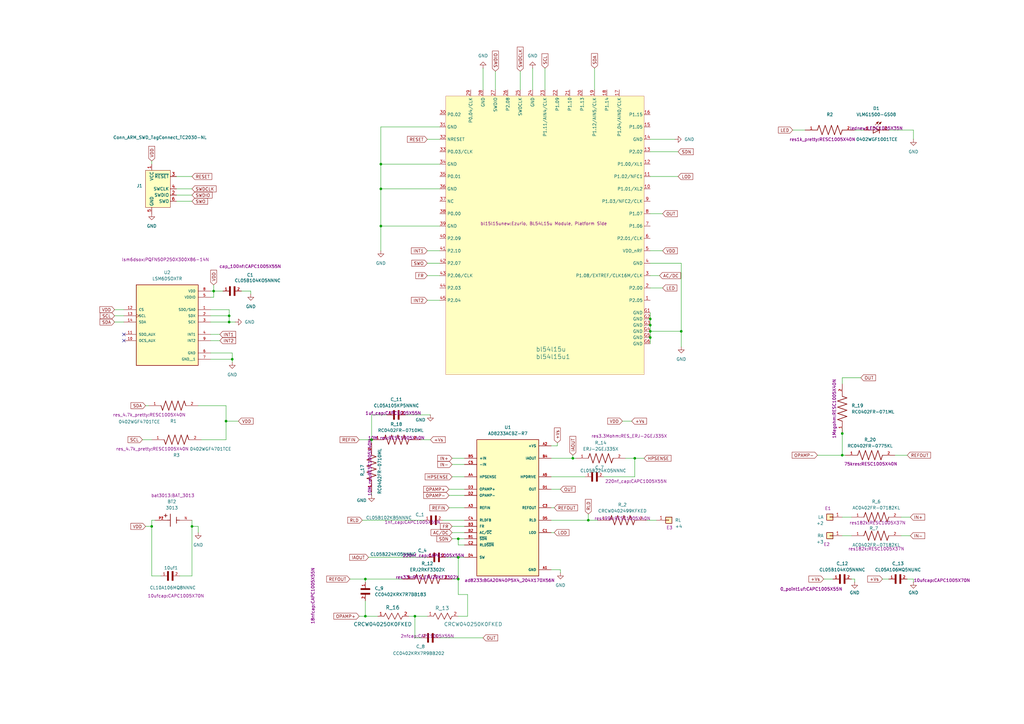
<source format=kicad_sch>
(kicad_sch (version 20250114) (generator "eeschema") (generator_version "9.0")
  (paper "A3")
  (title_block (title "OeMga") (date "2/3/2026") (rev "Initial Rev") (comment 1 "Designed by Adithya Pamulaparthi") (comment 2 "Licensed under CERN-OHL-S v2"))
  (junction (at 170.18 252.73))
  (junction (at 266.7 133.35))
  (junction (at 241.3 213.36))
  (junction (at 149.86 237.49))
  (junction (at 345.44 186.69))
  (junction (at 260.35 187.96))
  (junction (at 152.4 180.34))
  (junction (at 62.23 215.9))
  (junction (at 87.63 119.38))
  (junction (at 156.21 67.31))
  (junction (at 234.95 187.96))
  (junction (at 266.7 138.43))
  (junction (at 78.74 215.9))
  (junction (at 92.71 172.72))
  (junction (at 187.96 237.49))
  (junction (at 149.86 252.73))
  (junction (at 187.96 220.98))
  (junction (at 345.44 177.8))
  (junction (at 156.21 92.71))
  (junction (at 266.7 130.81))
  (junction (at 266.7 135.89))
  (junction (at 279.4 135.89))
  (junction (at 93.98 132.08))
  (junction (at 95.25 147.32))
  (junction (at 156.21 77.47))
  (junction (at 187.96 228.6))
  (junction (at 93.98 129.54))
  (no_connect (at 50.8 137.16))
  (no_connect (at 50.8 139.7))
  (wire (pts (xy 260.35 187.96) (xy 264.16 187.96)))
  (wire (pts (xy 247.65 195.58) (xy 260.35 195.58)))
  (wire (pts (xy 345.44 154.94) (xy 345.44 157.48)))
  (wire (pts (xy 374.65 53.34) (xy 374.65 57.15)))
  (wire (pts (xy 78.74 236.22) (xy 78.74 215.9)))
  (wire (pts (xy 266.7 130.81) (xy 266.7 133.35)))
  (wire (pts (xy 256.54 187.96) (xy 260.35 187.96)))
  (wire (pts (xy 203.2 29.21) (xy 203.2 36.83)))
  (wire (pts (xy 86.36 129.54) (xy 93.98 129.54)))
  (wire (pts (xy 86.36 121.92) (xy 87.63 121.92)))
  (wire (pts (xy 185.42 237.49) (xy 187.96 237.49)))
  (wire (pts (xy 226.06 182.88) (xy 228.6 182.88)))
  (wire (pts (xy 62.23 67.31) (xy 62.23 66.04)))
  (wire (pts (xy 170.18 252.73) (xy 170.18 261.62)))
  (wire (pts (xy 234.95 187.96) (xy 236.22 187.96)))
  (wire (pts (xy 226.06 218.44) (xy 227.33 218.44)))
  (wire (pts (xy 66.04 236.22) (xy 62.23 236.22)))
  (wire (pts (xy 149.86 252.73) (xy 154.94 252.73)))
  (wire (pts (xy 226.06 200.66) (xy 229.87 200.66)))
  (wire (pts (xy 372.11 237.49) (xy 374.65 237.49)))
  (wire (pts (xy 152.4 170.18) (xy 158.75 170.18)))
  (wire (pts (xy 175.26 113.03) (xy 180.34 113.03)))
  (wire (pts (xy 87.63 119.38) (xy 91.44 119.38)))
  (wire (pts (xy 266.7 62.23) (xy 278.13 62.23)))
  (wire (pts (xy 265.43 213.36) (xy 269.24 213.36)))
  (wire (pts (xy 46.99 129.54) (xy 50.8 129.54)))
  (wire (pts (xy 361.95 237.49) (xy 364.49 237.49)))
  (wire (pts (xy 86.36 147.32) (xy 95.25 147.32)))
  (wire (pts (xy 279.4 135.89) (xy 266.7 135.89)))
  (wire (pts (xy 72.39 72.39) (xy 78.74 72.39)))
  (wire (pts (xy 149.86 237.49) (xy 149.86 238.76)))
  (wire (pts (xy 185.42 190.5) (xy 190.5 190.5)))
  (wire (pts (xy 175.26 102.87) (xy 180.34 102.87)))
  (wire (pts (xy 260.35 195.58) (xy 260.35 187.96)))
  (wire (pts (xy 72.39 80.01) (xy 78.74 80.01)))
  (wire (pts (xy 86.36 132.08) (xy 93.98 132.08)))
  (wire (pts (xy 87.63 121.92) (xy 87.63 119.38)))
  (wire (pts (xy 223.52 27.94) (xy 223.52 36.83)))
  (wire (pts (xy 72.39 77.47) (xy 78.74 77.47)))
  (wire (pts (xy 369.57 219.71) (xy 373.38 219.71)))
  (wire (pts (xy 175.26 57.15) (xy 180.34 57.15)))
  (wire (pts (xy 266.7 113.03) (xy 270.51 113.03)))
  (wire (pts (xy 185.42 187.96) (xy 190.5 187.96)))
  (wire (pts (xy 345.44 212.09) (xy 349.25 212.09)))
  (wire (pts (xy 175.26 123.19) (xy 180.34 123.19)))
  (wire (pts (xy 62.23 236.22) (xy 62.23 215.9)))
  (wire (pts (xy 335.28 186.69) (xy 345.44 186.69)))
  (wire (pts (xy 187.96 220.98) (xy 187.96 223.52)))
  (wire (pts (xy 156.21 67.31) (xy 180.34 67.31)))
  (wire (pts (xy 266.7 135.89) (xy 266.7 138.43)))
  (wire (pts (xy 345.44 175.26) (xy 345.44 177.8)))
  (wire (pts (xy 62.23 213.36) (xy 62.23 215.9)))
  (wire (pts (xy 187.96 228.6) (xy 190.5 228.6)))
  (wire (pts (xy 86.36 127) (xy 93.98 127)))
  (wire (pts (xy 241.3 213.36) (xy 245.11 213.36)))
  (wire (pts (xy 226.06 195.58) (xy 240.03 195.58)))
  (wire (pts (xy 99.06 119.38) (xy 102.87 119.38)))
  (wire (pts (xy 185.42 218.44) (xy 190.5 218.44)))
  (wire (pts (xy 46.99 132.08) (xy 50.8 132.08)))
  (wire (pts (xy 187.96 243.84) (xy 187.96 237.49)))
  (wire (pts (xy 95.25 147.32) (xy 95.25 148.59)))
  (wire (pts (xy 226.06 208.28) (xy 227.33 208.28)))
  (wire (pts (xy 185.42 195.58) (xy 190.5 195.58)))
  (wire (pts (xy 172.72 261.62) (xy 170.18 261.62)))
  (wire (pts (xy 185.42 220.98) (xy 187.96 220.98)))
  (wire (pts (xy 92.71 172.72) (xy 97.79 172.72)))
  (wire (pts (xy 266.7 138.43) (xy 266.7 140.97)))
  (wire (pts (xy 180.34 261.62) (xy 198.12 261.62)))
  (wire (pts (xy 170.18 252.73) (xy 175.26 252.73)))
  (wire (pts (xy 92.71 166.37) (xy 92.71 172.72)))
  (wire (pts (xy 337.82 237.49) (xy 341.63 237.49)))
  (wire (pts (xy 96.52 132.08) (xy 93.98 132.08)))
  (wire (pts (xy 345.44 219.71) (xy 349.25 219.71)))
  (wire (pts (xy 180.34 52.07) (xy 156.21 52.07)))
  (wire (pts (xy 187.96 237.49) (xy 187.96 228.6)))
  (wire (pts (xy 364.49 53.34) (xy 374.65 53.34)))
  (wire (pts (xy 266.7 72.39) (xy 278.13 72.39)))
  (wire (pts (xy 147.32 180.34) (xy 152.4 180.34)))
  (wire (pts (xy 191.77 243.84) (xy 187.96 243.84)))
  (wire (pts (xy 184.15 208.28) (xy 190.5 208.28)))
  (wire (pts (xy 198.12 27.94) (xy 198.12 36.83)))
  (wire (pts (xy 143.51 237.49) (xy 149.86 237.49)))
  (wire (pts (xy 234.95 186.69) (xy 234.95 187.96)))
  (wire (pts (xy 184.15 200.66) (xy 190.5 200.66)))
  (wire (pts (xy 82.55 180.34) (xy 92.71 180.34)))
  (wire (pts (xy 350.52 53.34) (xy 354.33 53.34)))
  (wire (pts (xy 345.44 177.8) (xy 345.44 186.69)))
  (wire (pts (xy 73.66 236.22) (xy 78.74 236.22)))
  (wire (pts (xy 255.27 172.72) (xy 259.08 172.72)))
  (wire (pts (xy 226.06 233.68) (xy 229.87 233.68)))
  (wire (pts (xy 167.64 252.73) (xy 170.18 252.73)))
  (wire (pts (xy 266.7 87.63) (xy 271.78 87.63)))
  (wire (pts (xy 218.44 27.94) (xy 218.44 36.83)))
  (wire (pts (xy 226.06 213.36) (xy 241.3 213.36)))
  (wire (pts (xy 367.03 186.69) (xy 372.11 186.69)))
  (wire (pts (xy 187.96 252.73) (xy 191.77 252.73)))
  (wire (pts (xy 152.4 180.34) (xy 152.4 181.61)))
  (wire (pts (xy 95.25 144.78) (xy 95.25 147.32)))
  (wire (pts (xy 149.86 237.49) (xy 165.1 237.49)))
  (wire (pts (xy 182.88 228.6) (xy 187.96 228.6)))
  (wire (pts (xy 279.4 107.95) (xy 279.4 135.89)))
  (wire (pts (xy 266.7 102.87) (xy 271.78 102.87)))
  (wire (pts (xy 213.36 29.21) (xy 213.36 36.83)))
  (wire (pts (xy 86.36 144.78) (xy 95.25 144.78)))
  (wire (pts (xy 266.7 118.11) (xy 271.78 118.11)))
  (wire (pts (xy 345.44 186.69) (xy 346.71 186.69)))
  (wire (pts (xy 156.21 77.47) (xy 156.21 92.71)))
  (wire (pts (xy 266.7 57.15) (xy 276.86 57.15)))
  (wire (pts (xy 185.42 215.9) (xy 190.5 215.9)))
  (wire (pts (xy 243.84 27.94) (xy 243.84 36.83)))
  (wire (pts (xy 151.13 228.6) (xy 175.26 228.6)))
  (wire (pts (xy 93.98 127) (xy 93.98 129.54)))
  (wire (pts (xy 60.96 166.37) (xy 59.69 166.37)))
  (wire (pts (xy 374.65 237.49) (xy 374.65 238.76)))
  (wire (pts (xy 187.96 220.98) (xy 190.5 220.98)))
  (wire (pts (xy 353.06 154.94) (xy 345.44 154.94)))
  (wire (pts (xy 156.21 67.31) (xy 156.21 77.47)))
  (wire (pts (xy 266.7 128.27) (xy 266.7 130.81)))
  (wire (pts (xy 191.77 252.73) (xy 191.77 243.84)))
  (wire (pts (xy 87.63 116.84) (xy 87.63 119.38)))
  (wire (pts (xy 156.21 92.71) (xy 180.34 92.71)))
  (wire (pts (xy 325.12 53.34) (xy 330.2 53.34)))
  (wire (pts (xy 181.61 213.36) (xy 190.5 213.36)))
  (wire (pts (xy 180.34 77.47) (xy 156.21 77.47)))
  (wire (pts (xy 78.74 215.9) (xy 81.28 215.9)))
  (wire (pts (xy 226.06 187.96) (xy 234.95 187.96)))
  (wire (pts (xy 92.71 180.34) (xy 92.71 172.72)))
  (wire (pts (xy 190.5 223.52) (xy 187.96 223.52)))
  (wire (pts (xy 266.7 133.35) (xy 266.7 135.89)))
  (wire (pts (xy 59.69 215.9) (xy 62.23 215.9)))
  (wire (pts (xy 369.57 212.09) (xy 373.38 212.09)))
  (wire (pts (xy 349.25 237.49) (xy 350.52 237.49)))
  (wire (pts (xy 166.37 170.18) (xy 176.53 170.18)))
  (wire (pts (xy 58.42 180.34) (xy 62.23 180.34)))
  (wire (pts (xy 266.7 107.95) (xy 279.4 107.95)))
  (wire (pts (xy 172.72 180.34) (xy 176.53 180.34)))
  (wire (pts (xy 93.98 129.54) (xy 93.98 132.08)))
  (wire (pts (xy 149.86 246.38) (xy 149.86 252.73)))
  (wire (pts (xy 86.36 137.16) (xy 90.17 137.16)))
  (wire (pts (xy 350.52 237.49) (xy 350.52 238.76)))
  (wire (pts (xy 81.28 166.37) (xy 92.71 166.37)))
  (wire (pts (xy 72.39 82.55) (xy 78.74 82.55)))
  (wire (pts (xy 63.5 213.36) (xy 62.23 213.36)))
  (wire (pts (xy 102.87 119.38) (xy 102.87 120.65)))
  (wire (pts (xy 86.36 139.7) (xy 90.17 139.7)))
  (wire (pts (xy 241.3 210.82) (xy 241.3 213.36)))
  (wire (pts (xy 46.99 127) (xy 50.8 127)))
  (wire (pts (xy 152.4 201.93) (xy 152.4 203.2)))
  (wire (pts (xy 180.34 107.95) (xy 175.26 107.95)))
  (wire (pts (xy 81.28 215.9) (xy 81.28 218.44)))
  (wire (pts (xy 152.4 180.34) (xy 152.4 170.18)))
  (wire (pts (xy 78.74 213.36) (xy 78.74 215.9)))
  (wire (pts (xy 229.87 233.68) (xy 229.87 234.95)))
  (wire (pts (xy 86.36 119.38) (xy 87.63 119.38)))
  (wire (pts (xy 147.32 252.73) (xy 149.86 252.73)))
  (wire (pts (xy 279.4 142.24) (xy 279.4 135.89)))
  (wire (pts (xy 184.15 203.2) (xy 190.5 203.2)))
  (wire (pts (xy 156.21 52.07) (xy 156.21 67.31)))
  (wire (pts (xy 156.21 92.71) (xy 156.21 102.87)))
  (wire (pts (xy 228.6 181.61) (xy 228.6 182.88)))
  (wire (pts (xy 148.59 213.36) (xy 173.99 213.36)))
  (global_label "REFIN" (shape input) (at 184.15 208.28 180) (property "Intersheetrefs" "${INTERSHEET_REFS}" (effects (hide yes))))
  (global_label "INT1" (shape input) (at 175.26 102.87 180) (property "Intersheetrefs" "${INTERSHEET_REFS}" (effects (hide yes))))
  (global_label "IAOUT" (shape input) (at 151.13 228.6 180) (property "Intersheetrefs" "${INTERSHEET_REFS}" (effects (hide yes))))
  (global_label "VDD" (shape input) (at 255.27 172.72 180) (property "Intersheetrefs" "${INTERSHEET_REFS}" (effects (hide yes))))
  (global_label "SCL" (shape input) (at 46.99 129.54 180) (property "Intersheetrefs" "${INTERSHEET_REFS}" (effects (hide yes))))
  (global_label "FR" (shape input) (at 185.42 215.9 180) (property "Intersheetrefs" "${INTERSHEET_REFS}" (effects (hide yes))))
  (global_label "SWO" (shape input) (at 78.74 82.55 0) (property "Intersheetrefs" "${INTERSHEET_REFS}" (effects (hide yes))))
  (global_label "RLD" (shape input) (at 241.3 210.82 90) (property "Intersheetrefs" "${INTERSHEET_REFS}" (effects (hide yes))))
  (global_label "OUT" (shape input) (at 353.06 154.94 0) (property "Intersheetrefs" "${INTERSHEET_REFS}" (effects (hide yes))))
  (global_label "AC{slash}DC" (shape input) (at 185.42 218.44 180) (property "Intersheetrefs" "${INTERSHEET_REFS}" (effects (hide yes))))
  (global_label "LOD" (shape input) (at 278.13 72.39 0) (property "Intersheetrefs" "${INTERSHEET_REFS}" (effects (hide yes))))
  (global_label "IN+" (shape input) (at 185.42 187.96 180) (property "Intersheetrefs" "${INTERSHEET_REFS}" (effects (hide yes))))
  (global_label "OPAMP+" (shape input) (at 184.15 200.66 180) (property "Intersheetrefs" "${INTERSHEET_REFS}" (effects (hide yes))))
  (global_label "IN-" (shape input) (at 373.38 219.71 0) (property "Intersheetrefs" "${INTERSHEET_REFS}" (effects (hide yes))))
  (global_label "OUT" (shape input) (at 198.12 261.62 0) (property "Intersheetrefs" "${INTERSHEET_REFS}" (effects (hide yes))))
  (global_label "IAOUT" (shape input) (at 234.95 186.69 90) (property "Intersheetrefs" "${INTERSHEET_REFS}" (effects (hide yes))))
  (global_label "OUT" (shape input) (at 271.78 87.63 0) (property "Intersheetrefs" "${INTERSHEET_REFS}" (effects (hide yes))))
  (global_label "VDD" (shape input) (at 59.69 215.9 180) (property "Intersheetrefs" "${INTERSHEET_REFS}" (effects (hide yes))))
  (global_label "INT2" (shape input) (at 175.26 123.19 180) (property "Intersheetrefs" "${INTERSHEET_REFS}" (effects (hide yes))))
  (global_label "+Vs" (shape input) (at 228.6 181.61 90) (property "Intersheetrefs" "${INTERSHEET_REFS}" (effects (hide yes))))
  (global_label "REFOUT" (shape input) (at 143.51 237.49 180) (property "Intersheetrefs" "${INTERSHEET_REFS}" (effects (hide yes))))
  (global_label "VDD" (shape input) (at 46.99 127 180) (property "Intersheetrefs" "${INTERSHEET_REFS}" (effects (hide yes))))
  (global_label "IN-" (shape input) (at 185.42 190.5 180) (property "Intersheetrefs" "${INTERSHEET_REFS}" (effects (hide yes))))
  (global_label "RESET" (shape input) (at 78.74 72.39 0) (property "Intersheetrefs" "${INTERSHEET_REFS}" (effects (hide yes))))
  (global_label "+Vs" (shape input) (at 337.82 237.49 180) (property "Intersheetrefs" "${INTERSHEET_REFS}" (effects (hide yes))))
  (global_label "SCL" (shape input) (at 223.52 27.94 90) (property "Intersheetrefs" "${INTERSHEET_REFS}" (effects (hide yes))))
  (global_label "SWO" (shape input) (at 175.26 107.95 180) (property "Intersheetrefs" "${INTERSHEET_REFS}" (effects (hide yes))))
  (global_label "VDD" (shape input) (at 271.78 102.87 0) (property "Intersheetrefs" "${INTERSHEET_REFS}" (effects (hide yes))))
  (global_label "REFIN" (shape input) (at 147.32 180.34 180) (property "Intersheetrefs" "${INTERSHEET_REFS}" (effects (hide yes))))
  (global_label "OPAMP-" (shape input) (at 335.28 186.69 180) (property "Intersheetrefs" "${INTERSHEET_REFS}" (effects (hide yes))))
  (global_label "REFOUT" (shape input) (at 372.11 186.69 0) (property "Intersheetrefs" "${INTERSHEET_REFS}" (effects (hide yes))))
  (global_label "LED" (shape input) (at 325.12 53.34 180) (property "Intersheetrefs" "${INTERSHEET_REFS}" (effects (hide yes))))
  (global_label "AC{slash}DC" (shape input) (at 270.51 113.03 0) (property "Intersheetrefs" "${INTERSHEET_REFS}" (effects (hide yes))))
  (global_label "+Vs" (shape input) (at 259.08 172.72 0) (property "Intersheetrefs" "${INTERSHEET_REFS}" (effects (hide yes))))
  (global_label "+Vs" (shape input) (at 361.95 237.49 180) (property "Intersheetrefs" "${INTERSHEET_REFS}" (effects (hide yes))))
  (global_label "RLD" (shape input) (at 148.59 213.36 180) (property "Intersheetrefs" "${INTERSHEET_REFS}" (effects (hide yes))))
  (global_label "VDD" (shape input) (at 97.79 172.72 0) (property "Intersheetrefs" "${INTERSHEET_REFS}" (effects (hide yes))))
  (global_label "OPAMP-" (shape input) (at 184.15 203.2 180) (property "Intersheetrefs" "${INTERSHEET_REFS}" (effects (hide yes))))
  (global_label "SDA" (shape input) (at 59.69 166.37 180) (property "Intersheetrefs" "${INTERSHEET_REFS}" (effects (hide yes))))
  (global_label "SDN" (shape input) (at 278.13 62.23 0) (property "Intersheetrefs" "${INTERSHEET_REFS}" (effects (hide yes))))
  (global_label "OUT" (shape input) (at 229.87 200.66 0) (property "Intersheetrefs" "${INTERSHEET_REFS}" (effects (hide yes))))
  (global_label "SCL" (shape input) (at 58.42 180.34 180) (property "Intersheetrefs" "${INTERSHEET_REFS}" (effects (hide yes))))
  (global_label "SWDCLK" (shape input) (at 213.36 29.21 90) (property "Intersheetrefs" "${INTERSHEET_REFS}" (effects (hide yes))))
  (global_label "VDD" (shape input) (at 87.63 116.84 90) (property "Intersheetrefs" "${INTERSHEET_REFS}" (effects (hide yes))))
  (global_label "IN+" (shape input) (at 373.38 212.09 0) (property "Intersheetrefs" "${INTERSHEET_REFS}" (effects (hide yes))))
  (global_label "INT1" (shape input) (at 90.17 137.16 0) (property "Intersheetrefs" "${INTERSHEET_REFS}" (effects (hide yes))))
  (global_label "SDN" (shape input) (at 185.42 220.98 180) (property "Intersheetrefs" "${INTERSHEET_REFS}" (effects (hide yes))))
  (global_label "+Vs" (shape input) (at 176.53 180.34 0) (property "Intersheetrefs" "${INTERSHEET_REFS}" (effects (hide yes))))
  (global_label "INT2" (shape input) (at 90.17 139.7 0) (property "Intersheetrefs" "${INTERSHEET_REFS}" (effects (hide yes))))
  (global_label "SWDIO" (shape input) (at 203.2 29.21 90) (property "Intersheetrefs" "${INTERSHEET_REFS}" (effects (hide yes))))
  (global_label "SDA" (shape input) (at 243.84 27.94 90) (property "Intersheetrefs" "${INTERSHEET_REFS}" (effects (hide yes))))
  (global_label "VDD" (shape input) (at 62.23 66.04 90) (property "Intersheetrefs" "${INTERSHEET_REFS}" (effects (hide yes))))
  (global_label "REFOUT" (shape input) (at 227.33 208.28 0) (property "Intersheetrefs" "${INTERSHEET_REFS}" (effects (hide yes))))
  (global_label "SDA" (shape input) (at 46.99 132.08 180) (property "Intersheetrefs" "${INTERSHEET_REFS}" (effects (hide yes))))
  (global_label "FR" (shape input) (at 175.26 113.03 180) (property "Intersheetrefs" "${INTERSHEET_REFS}" (effects (hide yes))))
  (global_label "HPSENSE" (shape input) (at 185.42 195.58 180) (property "Intersheetrefs" "${INTERSHEET_REFS}" (effects (hide yes))))
  (global_label "HPSENSE" (shape input) (at 264.16 187.96 0) (property "Intersheetrefs" "${INTERSHEET_REFS}" (effects (hide yes))))
  (global_label "LED" (shape input) (at 271.78 118.11 0) (property "Intersheetrefs" "${INTERSHEET_REFS}" (effects (hide yes))))
  (global_label "LOD" (shape input) (at 227.33 218.44 0) (property "Intersheetrefs" "${INTERSHEET_REFS}" (effects (hide yes))))
  (global_label "OPAMP+" (shape input) (at 147.32 252.73 180) (property "Intersheetrefs" "${INTERSHEET_REFS}" (effects (hide yes))))
  (global_label "SWDCLK" (shape input) (at 78.74 77.47 0) (property "Intersheetrefs" "${INTERSHEET_REFS}" (effects (hide yes))))
  (global_label "SWDIO" (shape input) (at 78.74 80.01 0) (property "Intersheetrefs" "${INTERSHEET_REFS}" (effects (hide yes))))
  (global_label "RESET" (shape input) (at 175.26 57.15 180) (property "Intersheetrefs" "${INTERSHEET_REFS}" (effects (hide yes))))
  (symbol (lib_id "LSM6DSOXTR:LSM6DSOXTR") (at 68.58 132.08 0) (unit 1)
    (property "Reference" "U2" (at 68.58 111.76 0))
    (property "Value" "LSM6DSOXTR" (at 68.58 114.3 0))
    (property "Footprint" "lsm6dsox:PQFN50P250X300X86-14N" (at 67.818 107.188 0) (effects (justify bottom)))
    (property "PARTREV" "3.0" (effects (hide yes)))
    (property "MANUFACTURER" "ST Microelectronics" (effects (hide yes)))
    (property "STANDARD" "IPC7351B" (effects (hide yes)))
  )
  (symbol (lib_id "power:GND") (at 229.87 234.95 0) (unit 1)
    (property "Reference" "#PWR08" (effects (hide yes)))
    (property "Value" "GND" (at 229.87 240.03 0))
    (property "Description" "Power symbol creates a global label with name \"GND\" , ground" (effects (hide yes)))
  )
  (symbol (lib_id "CL05B104KO5NNNC:CL05B104KO5NNNC") (at 93.98 119.38 0) (unit 1)
    (property "Reference" "C1" (at 102.616 112.776 0))
    (property "Value" "CL05B104KO5NNNC" (at 105.664 115.062 0))
    (property "Footprint" "cap_100nf:CAPC1005X55N" (at 102.616 109.982 0) (effects (justify bottom)))
    (property "E_max" "0.55" (effects (hide yes)))
    (property "L_max" "0.35" (effects (hide yes)))
    (property "A_max" "0.55" (effects (hide yes)))
    (property "L1_nom" "0.25" (effects (hide yes)))
    (property "D_max" "1.05" (effects (hide yes)))
    (property "A_nom" "0.55" (effects (hide yes)))
    (property "L1_max" "0.35" (effects (hide yes)))
    (property "L1_min" "0.15" (effects (hide yes)))
    (property "A_min" "0.55" (effects (hide yes)))
    (property "E_min" "0.45" (effects (hide yes)))
    (property "D_min" "0.95" (effects (hide yes)))
    (property "D_nom" "1.0" (effects (hide yes)))
    (property "E_nom" "0.5" (effects (hide yes)))
    (property "STANDARD" "IPC 7351B" (effects (hide yes)))
    (property "L_min" "0.15" (effects (hide yes)))
    (property "L_nom" "0.25" (effects (hide yes)))
    (property "MANUFACTURER" "Samsung Electro-Mechanics" (effects (hide yes)))
  )
  (symbol (lib_id "power:GND") (at 81.28 218.44 0) (unit 1)
    (property "Reference" "#PWR02" (effects (hide yes)))
    (property "Value" "GND" (at 81.28 223.52 0))
    (property "Description" "Power symbol creates a global label with name \"GND\" , ground" (effects (hide yes)))
  )
  (symbol (lib_id "power:GND") (at 374.65 57.15 0) (unit 1)
    (property "Reference" "#PWR07" (effects (hide yes)))
    (property "Value" "GND" (at 374.65 62.23 0))
    (property "Description" "Power symbol creates a global label with name \"GND\" , ground" (effects (hide yes)))
  )
  (symbol (lib_id "res10M:RC0402FR-0710ML") (at 152.4 191.77 90) (unit 1)
    (property "Reference" "R_17" (at 148.59 190.5 0) (effects (justify right)))
    (property "Value" "RC0402FR-0710ML" (at 155.702 183.896 0) (effects (justify right)))
    (property "Footprint" "10M_res:RESC1005X40N" (at 152.4 191.77 0) (effects (justify bottom)))
  )
  (symbol (lib_id "res33k:ERJ2RKF3302X") (at 175.26 237.49 0) (unit 1)
    (property "Reference" "R_12" (at 175.26 231.14 0))
    (property "Value" "ERJ2RKF3302X" (at 175.26 233.68 0))
    (property "Footprint" "res33k:RES_ERJ2RKF3302X" (at 175.26 237.49 0) (effects (justify bottom)))
    (property "PARTREV" "3/1/2020" (effects (hide yes)))
    (property "STANDARD" "Manufacturer Recommendations" (effects (hide yes)))
    (property "MAXIMUM_PACKAGE_HEIGHT" "0.35 mm" (effects (hide yes)))
    (property "MANUFACTURER" "Panasonic" (effects (hide yes)))
  )
  (symbol (lib_id "3.3mohm_res:ERJ-2GEJ335X") (at 246.38 187.96 0) (unit 1)
    (property "Reference" "R_14" (at 246.38 181.61 0))
    (property "Value" "ERJ-2GEJ335X" (at 246.38 184.15 0))
    (property "Footprint" "res3.3Mohm:RES_ERJ-2GEJ335X" (at 258.064 179.578 0) (effects (justify bottom)))
    (property "PARTREV" "3/1/2020" (effects (hide yes)))
    (property "MANUFACTURER" "Panasonic" (effects (hide yes)))
    (property "MAXIMUM_PACKAGE_HEIGHT" "0.35 mm" (effects (hide yes)))
    (property "STANDARD" "Manufacturer Recommendations" (effects (hide yes)))
  )
  (symbol (lib_id "0402WGF1001TCE:0402WGF1001TCE") (at 340.36 53.34 0) (unit 1)
    (property "Reference" "R2" (at 340.36 46.99 0))
    (property "Value" "0402WGF1001TCE" (at 359.664 57.15 0))
    (property "Footprint" "res1k_pretty:RESC1005X40N" (at 337.312 57.912 0) (effects (justify bottom)))
    (property "MF" "Uni-Royal" (effects (hide yes)))
    (property "MAXIMUM_PACKAGE_HEIGHT" "0.4mm" (effects (hide yes)))
    (property "Package" "0402-2 ROYAL" (effects (hide yes)))
    (property "Price" "None" (effects (hide yes)))
    (property "Check_prices" "https://www.snapeda.com/parts/0402WGF1001TCE/Uni-Royal/view-part/?ref=eda" (effects (hide yes)))
    (property "STANDARD" "IPC-7351B" (effects (hide yes)))
    (property "PARTREV" "V3" (effects (hide yes)))
    (property "SnapEDA_Link" "https://www.snapeda.com/parts/0402WGF1001TCE/Uni-Royal/view-part/?ref=snap" (effects (hide yes)))
    (property "MP" "0402WGF1001TCE" (effects (hide yes)))
    (property "Description_1" "1K Ohm 1/16W Thick Film Resistor 0402 Chip - Surface Mount" (effects (hide yes)))
    (property "Availability" "Not in stock" (effects (hide yes)))
    (property "MANUFACTURER" "Uni-Royal" (effects (hide yes)))
  )
  (symbol (lib_id "power:GND") (at 102.87 120.65 0) (unit 1)
    (property "Reference" "#PWR05" (effects (hide yes)))
    (property "Value" "GND" (at 102.87 125.73 0))
    (property "Description" "Power symbol creates a global label with name \"GND\" , ground" (effects (hide yes)))
  )
  (symbol (lib_id "0402WGF4701TCE:0402WGF4701TCE") (at 71.12 166.37 0) (mirror x) (unit 1)
    (property "Reference" "R1" (at 71.12 172.72 0))
    (property "Value" "0402WGF4701TCE" (at 57.15 172.974 0))
    (property "Footprint" "res_4.7k_pretty:RESC1005X40N" (at 61.214 169.418 0) (effects (justify bottom)))
    (property "MF" "Uni-Royal" (effects (hide yes)))
    (property "MAXIMUM_PACKAGE_HEIGHT" "0.4mm" (effects (hide yes)))
    (property "Package" "None" (effects (hide yes)))
    (property "Price" "None" (effects (hide yes)))
    (property "Check_prices" "https://www.snapeda.com/parts/0402WGF4701TCE/Uni-Royal/view-part/?ref=eda" (effects (hide yes)))
    (property "STANDARD" "IPC-7351B" (effects (hide yes)))
    (property "PARTREV" "V3" (effects (hide yes)))
    (property "SnapEDA_Link" "https://www.snapeda.com/parts/0402WGF4701TCE/Uni-Royal/view-part/?ref=snap" (effects (hide yes)))
    (property "MP" "0402WGF4701TCE" (effects (hide yes)))
    (property "Description_1" "4.7K Ohm 1/16W Thick Film Resistor 0402 Chip - Surface Mount" (effects (hide yes)))
    (property "Availability" "Not in stock" (effects (hide yes)))
    (property "MANUFACTURER" "Uni-Royal" (effects (hide yes)))
  )
  (symbol (lib_id "Connector_Generic:Conn_01x01") (at 340.36 212.09 180) (unit 1) (in_bom no)
    (property "Reference" "+2" (at 337.82 214.6301 0) (effects (justify left)))
    (property "Value" "LA" (at 337.82 212.0901 0) (effects (justify left)))
    (property "Footprint" "E1" (at 340.868 208.534 0) (effects (justify left)))
    (property "Description" "Generic connector, single row, 01x01, script generated (kicad-library-utils/schlib/autogen/connector/)" (effects (hide yes)))
  )
  (symbol (lib_id "res182k:AC0402FR-07182KL") (at 359.41 212.09 0) (unit 1)
    (property "Reference" "R_6" (at 359.41 205.74 0))
    (property "Value" "AC0402FR-07182KL" (at 359.41 208.28 0))
    (property "Footprint" "res182k:RESC1005X37N" (at 359.918 215.138 0) (effects (justify bottom)))
    (property "DigiKey_Part_Number" "13-AC0402FR-07182KLCT-ND" (effects (hide yes)))
    (property "SnapEDA_Link" "https://www.snapeda.com/parts/AC0402FR-07182KL/Yageo/view-part/?ref=snap" (effects (hide yes)))
    (property "Description_1" "182 kOhms ±1% 0.063W, 1/16W Chip Resistor 0402 (1005 Metric) Automotive AEC-Q200, Moisture Resistant Thick Film" (effects (hide yes)))
    (property "MF" "Yageo" (effects (hide yes)))
    (property "Package" "1005 Yageo" (effects (hide yes)))
    (property "Check_prices" "https://www.snapeda.com/parts/AC0402FR-07182KL/Yageo/view-part/?ref=eda" (effects (hide yes)))
    (property "MP" "AC0402FR-07182KL" (effects (hide yes)))
  )
  (symbol (lib_id "power:GND") (at 152.4 203.2 0) (unit 1)
    (property "Reference" "#PWR09" (effects (hide yes)))
    (property "Value" "GND" (at 148.336 205.232 0))
    (property "Description" "Power symbol creates a global label with name \"GND\" , ground" (effects (hide yes)))
  )
  (symbol (lib_id "Connector:Conn_ARM_SWD_TagConnect_TC2030-NL") (at 64.77 77.47 0) (unit 1) (in_bom no)
    (property "Reference" "J1" (at 58.42 76.1999 0) (effects (justify right)))
    (property "Value" "Conn_ARM_SWD_TagConnect_TC2030-NL" (at 84.836 56.388 0) (effects (justify right)))
    (property "Footprint" "Connector:Tag-Connect_TC2030-IDC-NL_2x03_P1.27mm_Vertical" (effects (hide yes)))
    (property "Datasheet" "https://www.tag-connect.com/wp-content/uploads/bsk-pdf-manager/TC2030-CTX_1.pdf" (effects (hide yes)))
    (property "Description" "Tag-Connect ARM Cortex SWD JTAG connector, 6 pin, no legs" (effects (hide yes)))
  )
  (symbol (lib_id "power:GND") (at 198.12 27.94 180) (unit 1)
    (property "Reference" "#PWR015" (effects (hide yes)))
    (property "Value" "GND" (at 198.12 22.86 0))
    (property "Description" "Power symbol creates a global label with name \"GND\" , ground" (effects (hide yes)))
  )
  (symbol (lib_id "1Megaohm:RC0402FR-071ML") (at 345.44 167.64 90) (unit 1)
    (property "Reference" "R_19" (at 349.25 166.3699 90) (effects (justify right)))
    (property "Value" "RC0402FR-071ML" (at 349.25 168.9099 90) (effects (justify right)))
    (property "Footprint" "1Megohm:RESC1005X40N" (at 342.9 167.64 0) (effects (justify bottom)))
    (property "DigiKey_Part_Number" "311-1.00MLRCT-ND" (effects (hide yes)))
    (property "SnapEDA_Link" "https://www.snapeda.com/parts/RC0402FR-071ML/Yageo/view-part/?ref=snap" (effects (hide yes)))
    (property "MAXIMUM_PACKAGE_HEIGHT" "0.4mm" (effects (hide yes)))
    (property "CREATOR" "ASHISH" (effects (hide yes)))
    (property "Package" "0402 Yageo" (effects (hide yes)))
    (property "Check_prices" "https://www.snapeda.com/parts/RC0402FR-071ML/Yageo/view-part/?ref=eda" (effects (hide yes)))
    (property "STANDARD" "IPC-7351B" (effects (hide yes)))
    (property "PARTREV" "Nov-2024" (effects (hide yes)))
    (property "MF" "Yageo" (effects (hide yes)))
    (property "MP" "RC0402FR-071ML" (effects (hide yes)))
    (property "Description_1" "Res Thick Film 0402 1M Ohm 1% 0.063W(1/16W) ±100ppm/°C Pad SMD T/R / GENERAL PURPOSE CHIP RESISTORS" (effects (hide yes)))
    (property "MANUFACTURER" "Yageo" (effects (hide yes)))
  )
  (symbol (lib_id "AD8233ACBZ-R7:AD8233ACBZ-R7") (at 208.28 208.28 0) (unit 1)
    (property "Reference" "U1" (at 208.28 175.26 0))
    (property "Value" "AD8233ACBZ-R7" (at 208.28 177.8 0))
    (property "Footprint" "ad8233:BGA20N40P5X4_204X170X56N" (at 209.042 238.76 0) (effects (justify bottom)))
    (property "PARTREV" "0" (effects (hide yes)))
    (property "MANUFACTURER" "Analog Devices" (effects (hide yes)))
    (property "STANDARD" "IPC-7351B" (effects (hide yes)))
  )
  (symbol (lib_id "res499k:CRCW0402499KFKED") (at 255.27 213.36 0) (unit 1)
    (property "Reference" "R_2" (at 255.27 207.01 0))
    (property "Value" "CRCW0402499KFKED" (at 255.27 209.55 0))
    (property "Footprint" "res499k:RESC1005X40N" (at 255.27 213.36 0) (effects (justify bottom)))
  )
  (symbol (lib_id "cap1uf:CL05A105KP5NNNC") (at 161.29 170.18 0) (unit 1)
    (property "Reference" "C_11" (at 162.56 163.83 0))
    (property "Value" "CL05A105KP5NNNC" (at 162.56 166.37 0))
    (property "Footprint" "1uf_cap:CAPC1005X55N" (at 161.29 170.18 0) (effects (justify bottom)))
    (property "E_max" "0.55" (effects (hide yes)))
    (property "L_max" "0.35" (effects (hide yes)))
    (property "A_max" "0.55" (effects (hide yes)))
    (property "L1_nom" "0.25" (effects (hide yes)))
    (property "D_max" "1.05" (effects (hide yes)))
    (property "A_nom" "0.55" (effects (hide yes)))
    (property "L1_max" "0.35" (effects (hide yes)))
    (property "L1_min" "0.15" (effects (hide yes)))
    (property "A_min" "0.55" (effects (hide yes)))
    (property "E_min" "0.45" (effects (hide yes)))
    (property "D_min" "0.95" (effects (hide yes)))
    (property "D_nom" "1.0" (effects (hide yes)))
    (property "E_nom" "0.5" (effects (hide yes)))
    (property "STANDARD" "IPC 7351B" (effects (hide yes)))
    (property "L_min" "0.15" (effects (hide yes)))
    (property "L_nom" "0.25" (effects (hide yes)))
    (property "MANUFACTURER" "Samsung Electro-Mechanics" (effects (hide yes)))
  )
  (symbol (lib_id "power:GND") (at 279.4 142.24 0) (unit 1)
    (property "Reference" "#PWR01" (effects (hide yes)))
    (property "Value" "GND" (at 279.4 147.32 0))
    (property "Description" "Power symbol creates a global label with name \"GND\" , ground" (effects (hide yes)))
  )
  (symbol (lib_id "res10M:RC0402FR-0710ML") (at 162.56 180.34 0) (unit 1)
    (property "Reference" "R_18" (at 162.56 173.99 0))
    (property "Value" "RC0402FR-0710ML" (at 164.338 176.53 0))
    (property "Footprint" "10M_res:RESC1005X40N" (at 162.56 180.34 0) (effects (justify bottom)))
  )
  (symbol (lib_id "220nf_cap:CL05B224KO5NNNC") (at 242.57 195.58 0) (unit 1)
    (property "Reference" "C_7" (at 245.872 191.77 0))
    (property "Value" "CL05B224KO5NNNC" (at 247.396 193.04 0))
    (property "Footprint" "220nf_cap:CAPC1005X55N" (at 260.858 198.12 0) (effects (justify bottom)))
    (property "E_max" "0.55" (effects (hide yes)))
    (property "L_max" "0.35" (effects (hide yes)))
    (property "A_max" "0.55" (effects (hide yes)))
    (property "L1_nom" "0.25" (effects (hide yes)))
    (property "D_max" "1.05" (effects (hide yes)))
    (property "A_nom" "0.55" (effects (hide yes)))
    (property "L1_max" "0.35" (effects (hide yes)))
    (property "L1_min" "0.15" (effects (hide yes)))
    (property "A_min" "0.55" (effects (hide yes)))
    (property "E_min" "0.45" (effects (hide yes)))
    (property "D_min" "0.95" (effects (hide yes)))
    (property "D_nom" "1.0" (effects (hide yes)))
    (property "E_nom" "0.5" (effects (hide yes)))
    (property "STANDARD" "IPC 7351B" (effects (hide yes)))
    (property "L_min" "0.15" (effects (hide yes)))
    (property "L_nom" "0.25" (effects (hide yes)))
    (property "MANUFACTURER" "Samsung Electro-Mechanics" (effects (hide yes)))
  )
  (symbol (lib_id "75kres:RC0402FR-0775KL") (at 356.87 186.69 0) (unit 1)
    (property "Reference" "R_20" (at 356.87 180.34 0))
    (property "Value" "RC0402FR-0775KL" (at 356.87 182.88 0))
    (property "Footprint" "75kres:RESC1005X40N" (at 357.124 191.008 0) (effects (justify bottom)))
    (property "DigiKey_Part_Number" "311-75KLRCT-ND" (effects (hide yes)))
    (property "SnapEDA_Link" "https://www.snapeda.com/parts/RC0402FR-0775KL/Yageo/view-part/?ref=snap" (effects (hide yes)))
    (property "Description_1" "75 kOhms ±1% 0.063W, 1/16W Chip Resistor 0402 (1005 Metric) Moisture Resistant Thick Film" (effects (hide yes)))
    (property "MF" "Yageo" (effects (hide yes)))
    (property "Package" "1005 Panasonic Electronic Components" (effects (hide yes)))
    (property "Check_prices" "https://www.snapeda.com/parts/RC0402FR-0775KL/Yageo/view-part/?ref=eda" (effects (hide yes)))
    (property "MP" "RC0402FR-0775KL" (effects (hide yes)))
  )
  (symbol (lib_id "power:GND") (at 176.53 170.18 0) (unit 1)
    (property "Reference" "#PWR010" (effects (hide yes)))
    (property "Value" "GND" (at 172.466 172.212 0))
    (property "Description" "Power symbol creates a global label with name \"GND\" , ground" (effects (hide yes)))
  )
  (symbol (lib_id "power:GND") (at 374.65 238.76 0) (unit 1)
    (property "Reference" "#PWR012" (effects (hide yes)))
    (property "Value" "GND" (at 374.65 243.078 0))
    (property "Description" "Power symbol creates a global label with name \"GND\" , ground" (effects (hide yes)))
  )
  (symbol (lib_id "50kres:CRCW040250K0FKED") (at 154.94 252.73 0) (unit 1)
    (property "Reference" "R_16" (at 161.036 249.174 0) (effects (font (size 1.524 1.524))))
    (property "Value" "CRCW040250K0FKED" (at 156.972 256.032 0) (effects (font (size 1.524 1.524))))
    (property "Footprint" "RES_CRCW0402_VIS" (effects (hide yes)))
    (property "Datasheet" "https://www.vishay.com/doc?20035" (effects (hide yes)))
  )
  (symbol (lib_id "220nf_cap:CL05B224KO5NNNC") (at 177.8 228.6 0) (unit 1)
    (property "Reference" "C_4" (at 173.228 225.806 0))
    (property "Value" "CL05B224KO5NNNC" (at 161.29 227.33 0))
    (property "Footprint" "220nf_cap:CAPC1005X55N" (at 177.8 228.6 0) (effects (justify bottom)))
    (property "E_max" "0.55" (effects (hide yes)))
    (property "L_max" "0.35" (effects (hide yes)))
    (property "A_max" "0.55" (effects (hide yes)))
    (property "L1_nom" "0.25" (effects (hide yes)))
    (property "D_max" "1.05" (effects (hide yes)))
    (property "A_nom" "0.55" (effects (hide yes)))
    (property "L1_max" "0.35" (effects (hide yes)))
    (property "L1_min" "0.15" (effects (hide yes)))
    (property "A_min" "0.55" (effects (hide yes)))
    (property "E_min" "0.45" (effects (hide yes)))
    (property "D_min" "0.95" (effects (hide yes)))
    (property "D_nom" "1.0" (effects (hide yes)))
    (property "E_nom" "0.5" (effects (hide yes)))
    (property "STANDARD" "IPC 7351B" (effects (hide yes)))
    (property "L_min" "0.15" (effects (hide yes)))
    (property "L_nom" "0.25" (effects (hide yes)))
    (property "MANUFACTURER" "Samsung Electro-Mechanics" (effects (hide yes)))
  )
  (symbol (lib_id "power:GND") (at 95.25 148.59 0) (unit 1)
    (property "Reference" "#PWR04" (effects (hide yes)))
    (property "Value" "GND" (at 95.25 153.67 0))
    (property "Description" "Power symbol creates a global label with name \"GND\" , ground" (effects (hide yes)))
  )
  (symbol (lib_id "power:GND") (at 350.52 238.76 0) (unit 1)
    (property "Reference" "#PWR011" (effects (hide yes)))
    (property "Value" "GND" (at 350.52 243.078 0))
    (property "Description" "Power symbol creates a global label with name \"GND\" , ground" (effects (hide yes)))
  )
  (symbol (lib_id "2nfcap:CC0402KRX7R9BB202") (at 175.26 261.62 0) (unit 1)
    (property "Reference" "C_8" (at 172.466 265.176 0))
    (property "Value" "CC0402KRX7R9BB202" (at 171.704 267.97 0))
    (property "Footprint" "2nfcap:CAPC1005X55N" (at 175.26 261.62 0) (effects (justify bottom)))
    (property "DigiKey_Part_Number" "13-CC0402KRX7R9BB202CT-ND" (effects (hide yes)))
    (property "SnapEDA_Link" "https://www.snapeda.com/parts/CC0402KRX7R9BB202/Yageo/view-part/?ref=snap" (effects (hide yes)))
    (property "Description_1" "Ceramic Capacitor, Multilayer, Ceramic, 50V, 10% +Tol, 10% -Tol, X7R, 15% TC, 0.0002uF, Surface Mount, 0402" (effects (hide yes)))
    (property "MF" "Yageo" (effects (hide yes)))
    (property "Package" "0402 Yageo" (effects (hide yes)))
    (property "Check_prices" "https://www.snapeda.com/parts/CC0402KRX7R9BB202/Yageo/view-part/?ref=eda" (effects (hide yes)))
    (property "MP" "CC0402KRX7R9BB202" (effects (hide yes)))
  )
  (symbol (lib_id "power:GND") (at 218.44 27.94 180) (unit 1)
    (property "Reference" "#PWR016" (effects (hide yes)))
    (property "Value" "GND" (at 218.44 22.86 0))
    (property "Description" "Power symbol creates a global label with name \"GND\" , ground" (effects (hide yes)))
  )
  (symbol (lib_id "453-00223_BL54L15u_Chip ANT_SCH_Symbol_Altium:453-00223_BL54L15u_Chip ANT_SCH_Symbol_Altium") (at 182.88 39.37 270) (unit 1)
    (property "Reference" "bl54l15u1" (at 219.71 146.304 90) (effects (font (size 1.8288 1.8288)) (justify left)))
    (property "Value" "bl54l15u" (at 219.71 143.256 90) (effects (font (size 1.8288 1.8288)) (justify left)))
    (property "Footprint" "bl15l15unew:Ezurio, BL54L15u Module, Platform Side" (at 223.012 91.694 90))
  )
  (symbol (lib_id "1nf_cap:CL05B102KB5NNNC") (at 176.53 213.36 0) (unit 1)
    (property "Reference" "C_1" (at 172.212 211.074 0))
    (property "Value" "CL05B102KB5NNNC" (at 159.512 212.344 0))
    (property "Footprint" "1nf_cap:CAPC1005X55N" (at 169.164 214.884 0) (effects (justify bottom)))
    (property "E_max" "0.55" (effects (hide yes)))
    (property "L_max" "0.35" (effects (hide yes)))
    (property "A_max" "0.55" (effects (hide yes)))
    (property "L1_nom" "0.25" (effects (hide yes)))
    (property "D_max" "1.05" (effects (hide yes)))
    (property "A_nom" "0.55" (effects (hide yes)))
    (property "L1_max" "0.35" (effects (hide yes)))
    (property "L1_min" "0.15" (effects (hide yes)))
    (property "A_min" "0.55" (effects (hide yes)))
    (property "E_min" "0.45" (effects (hide yes)))
    (property "D_min" "0.95" (effects (hide yes)))
    (property "D_nom" "1.0" (effects (hide yes)))
    (property "E_nom" "0.5" (effects (hide yes)))
    (property "STANDARD" "IPC 7351B" (effects (hide yes)))
    (property "L_min" "0.15" (effects (hide yes)))
    (property "L_nom" "0.25" (effects (hide yes)))
    (property "MANUFACTURER" "Samsung Electro-Mechanics" (effects (hide yes)))
  )
  (symbol (lib_id "power:GND") (at 96.52 132.08 90) (unit 1)
    (property "Reference" "#PWR06" (effects (hide yes)))
    (property "Value" "GND" (at 100.33 132.0799 90) (effects (justify right)))
    (property "Description" "Power symbol creates a global label with name \"GND\" , ground" (effects (hide yes)))
  )
  (symbol (lib_id "cap10uf:CL05A106MQ5NUNC") (at 367.03 237.49 0) (unit 1)
    (property "Reference" "C_13" (at 368.3 231.14 0))
    (property "Value" "CL05A106MQ5NUNC" (at 368.3 233.68 0))
    (property "Footprint" "10ufcap:CAPC1005X70N" (at 386.334 238.76 0) (effects (justify bottom)))
    (property "E_max" "0.7" (effects (hide yes)))
    (property "L_max" "0.35" (effects (hide yes)))
    (property "A_max" "0.7" (effects (hide yes)))
    (property "L1_nom" "0.25" (effects (hide yes)))
    (property "D_max" "1.2" (effects (hide yes)))
    (property "A_nom" "0.7" (effects (hide yes)))
    (property "L1_max" "0.35" (effects (hide yes)))
    (property "L1_min" "0.15" (effects (hide yes)))
    (property "A_min" "0.7" (effects (hide yes)))
    (property "E_min" "0.3" (effects (hide yes)))
    (property "D_min" "0.8" (effects (hide yes)))
    (property "D_nom" "1.0" (effects (hide yes)))
    (property "E_nom" "0.5" (effects (hide yes)))
    (property "STANDARD" "IPC 7351B" (effects (hide yes)))
    (property "L_min" "0.15" (effects (hide yes)))
    (property "L_nom" "0.25" (effects (hide yes)))
    (property "MANUFACTURER" "Samsung" (effects (hide yes)))
  )
  (symbol (lib_id "power:GND") (at 276.86 57.15 90) (unit 1)
    (property "Reference" "#PWR013" (effects (hide yes)))
    (property "Value" "GND" (at 280.67 57.1499 90) (effects (justify right)))
    (property "Description" "Power symbol creates a global label with name \"GND\" , ground" (effects (hide yes)))
  )
  (symbol (lib_id "res182k:AC0402FR-07182KL") (at 359.41 219.71 0) (unit 1)
    (property "Reference" "R_7" (at 358.394 216.662 0))
    (property "Value" "AC0402FR-07182KL" (at 359.41 223.52 0))
    (property "Footprint" "res182k:RESC1005X37N" (at 359.41 225.806 0) (effects (justify bottom)))
    (property "DigiKey_Part_Number" "13-AC0402FR-07182KLCT-ND" (effects (hide yes)))
    (property "SnapEDA_Link" "https://www.snapeda.com/parts/AC0402FR-07182KL/Yageo/view-part/?ref=snap" (effects (hide yes)))
    (property "Description_1" "182 kOhms ±1% 0.063W, 1/16W Chip Resistor 0402 (1005 Metric) Automotive AEC-Q200, Moisture Resistant Thick Film" (effects (hide yes)))
    (property "MF" "Yageo" (effects (hide yes)))
    (property "Package" "1005 Yageo" (effects (hide yes)))
    (property "Check_prices" "https://www.snapeda.com/parts/AC0402FR-07182KL/Yageo/view-part/?ref=eda" (effects (hide yes)))
    (property "MP" "AC0402FR-07182KL" (effects (hide yes)))
  )
  (symbol (lib_id "CL10A106MQ8NNNC:CL10A106MQ8NNNC") (at 68.58 236.22 0) (unit 1)
    (property "Reference" "10uf1" (at 70.104 232.918 0))
    (property "Value" "CL10A106MQ8NNNC" (at 70.866 241.046 0))
    (property "Footprint" "10ufcap:CAPC1005X70N" (at 72.136 245.11 0) (effects (justify bottom)))
    (property "E_max" "0.9" (effects (hide yes)))
    (property "L_max" "0.5" (effects (hide yes)))
    (property "A_max" "0.9" (effects (hide yes)))
    (property "L1_nom" "0.3" (effects (hide yes)))
    (property "D_max" "1.7" (effects (hide yes)))
    (property "A_nom" "0.9" (effects (hide yes)))
    (property "L1_max" "0.5" (effects (hide yes)))
    (property "L1_min" "0.1" (effects (hide yes)))
    (property "A_min" "0.9" (effects (hide yes)))
    (property "E_min" "0.7" (effects (hide yes)))
    (property "D_min" "1.5" (effects (hide yes)))
    (property "D_nom" "1.6" (effects (hide yes)))
    (property "E_nom" "0.8" (effects (hide yes)))
    (property "STANDARD" "IPC 7351B" (effects (hide yes)))
    (property "L_min" "0.1" (effects (hide yes)))
    (property "L_nom" "0.3" (effects (hide yes)))
    (property "MANUFACTURER" "Samsung Electro-Mechanics" (effects (hide yes)))
  )
  (symbol (lib_id "VLMG1500-GS08:VLMG1500-GS08") (at 359.41 53.34 0) (unit 1)
    (property "Reference" "D1" (at 359.41 44.45 0))
    (property "Value" "VLMG1500-GS08" (at 359.41 46.99 0))
    (property "Footprint" "lednew:LEDC1005X35N" (at 359.41 53.34 0) (effects (justify bottom)))
    (property "MF" "Vishay" (effects (hide yes)))
    (property "DESCRIPTION" "0402 GREEN 571nm 35MCD 65° Rectangle with Flat Top SMT LED" (effects (hide yes)))
    (property "PACKAGE" "0402 Vishay" (effects (hide yes)))
    (property "PRICE" "0.16 USD" (effects (hide yes)))
    (property "STANDARD" "MANUFACTURER RECOMMENDATIONS" (effects (hide yes)))
    (property "PARTREV" "1.4" (effects (hide yes)))
    (property "MP" "VLMG1500-GS08" (effects (hide yes)))
    (property "AVAILABILITY" "Good" (effects (hide yes)))
  )
  (symbol (lib_id "3013:3013") (at 71.12 213.36 0) (unit 1)
    (property "Reference" "BT2" (at 70.485 205.74 0))
    (property "Value" "3013" (at 70.485 208.28 0))
    (property "Footprint" "bat3013:BAT_3013" (at 70.866 203.962 0) (effects (justify bottom)))
    (property "PARTREV" "E" (effects (hide yes)))
    (property "MANUFACTURER" "Keystone Electronics" (effects (hide yes)))
    (property "STANDARD" "Manufacturer Recommendations" (effects (hide yes)))
    (property "MAXIMUM_PACKAGE_HEIGHT" "4.21mm" (effects (hide yes)))
    (property "SNAPEDA_PN" "3013" (effects (hide yes)))
  )
  (symbol (lib_id "power:GND") (at 156.21 102.87 0) (unit 1)
    (property "Reference" "#PWR014" (effects (hide yes)))
    (property "Value" "GND" (at 156.21 107.95 0))
    (property "Description" "Power symbol creates a global label with name \"GND\" , ground" (effects (hide yes)))
  )
  (symbol (lib_id "Connector_Generic:Conn_01x01") (at 340.36 219.71 180) (unit 1) (in_bom no)
    (property "Reference" "+3" (at 337.82 222.2501 0) (effects (justify left)))
    (property "Value" "RA" (at 337.82 219.7101 0) (effects (justify left)))
    (property "Footprint" "E2" (at 340.36 223.266 0) (effects (justify left)))
    (property "Description" "Generic connector, single row, 01x01, script generated (kicad-library-utils/schlib/autogen/connector/)" (effects (hide yes)))
  )
  (symbol (lib_id "0402WGF4701TCE:0402WGF4701TCE") (at 72.39 180.34 0) (mirror x) (unit 1)
    (property "Reference" "R3" (at 72.39 186.69 0))
    (property "Value" "0402WGF4701TCE" (at 86.36 184.15 0))
    (property "Footprint" "res_4.7k_pretty:RESC1005X40N" (at 62.484 183.388 0) (effects (justify bottom)))
    (property "MF" "Uni-Royal" (effects (hide yes)))
    (property "MAXIMUM_PACKAGE_HEIGHT" "0.4mm" (effects (hide yes)))
    (property "Package" "None" (effects (hide yes)))
    (property "Price" "None" (effects (hide yes)))
    (property "Check_prices" "https://www.snapeda.com/parts/0402WGF4701TCE/Uni-Royal/view-part/?ref=eda" (effects (hide yes)))
    (property "STANDARD" "IPC-7351B" (effects (hide yes)))
    (property "PARTREV" "V3" (effects (hide yes)))
    (property "SnapEDA_Link" "https://www.snapeda.com/parts/0402WGF4701TCE/Uni-Royal/view-part/?ref=snap" (effects (hide yes)))
    (property "MP" "0402WGF4701TCE" (effects (hide yes)))
    (property "Description_1" "4.7K Ohm 1/16W Thick Film Resistor 0402 Chip - Surface Mount" (effects (hide yes)))
    (property "Availability" "Not in stock" (effects (hide yes)))
    (property "MANUFACTURER" "Uni-Royal" (effects (hide yes)))
  )
  (symbol (lib_id "18nf:CC0402KRX7R7BB183") (at 149.86 243.84 90) (unit 1)
    (property "Reference" "C_9" (at 153.67 241.2999 90) (effects (justify right)))
    (property "Value" "CC0402KRX7R7BB183" (at 153.67 243.8399 90) (effects (justify right)))
    (property "Footprint" "18nfcap:CAPC1005X55N" (at 129.032 244.348 0) (effects (justify bottom)))
    (property "DigiKey_Part_Number" "311-1706-1-ND" (effects (hide yes)))
    (property "SnapEDA_Link" "https://www.snapeda.com/parts/CC0402KRX7R7BB183/Yageo/view-part/?ref=snap" (effects (hide yes)))
    (property "Description_1" "0402 18 nF 16 V ±10 % Tolerance X7R SMT Multilayer Ceramic Capacitor" (effects (hide yes)))
    (property "MF" "Yageo" (effects (hide yes)))
    (property "Package" "0402 Yageo" (effects (hide yes)))
    (property "Check_prices" "https://www.snapeda.com/parts/CC0402KRX7R7BB183/Yageo/view-part/?ref=eda" (effects (hide yes)))
    (property "MP" "CC0402KRX7R7BB183" (effects (hide yes)))
  )
  (symbol (lib_id "power:GND") (at 62.23 87.63 0) (unit 1)
    (property "Reference" "#PWR03" (effects (hide yes)))
    (property "Value" "GND" (at 62.23 92.71 0))
    (property "Description" "Power symbol creates a global label with name \"GND\" , ground" (effects (hide yes)))
  )
  (symbol (lib_id "Connector_Generic:Conn_01x01") (at 274.32 213.36 0) (mirror x) (unit 1) (in_bom no)
    (property "Reference" "+4" (at 276.86 215.9001 0) (effects (justify left)))
    (property "Value" "RL" (at 276.86 213.3601 0) (effects (justify left)))
    (property "Footprint" "E3" (at 273.304 216.408 0) (effects (justify left)))
    (property "Description" "Generic connector, single row, 01x01, script generated (kicad-library-utils/schlib/autogen/connector/)" (effects (hide yes)))
  )
  (symbol (lib_id "cap0.1uf:CL05B104KO5NNNC") (at 344.17 237.49 0) (unit 1)
    (property "Reference" "C_12" (at 345.44 231.14 0))
    (property "Value" "CL05B104KO5NNNC" (at 345.44 233.68 0))
    (property "Footprint" "0_point1uf:CAPC1005X55N" (at 332.74 242.316 0) (effects (justify bottom)))
    (property "E_max" "0.55" (effects (hide yes)))
    (property "L_max" "0.35" (effects (hide yes)))
    (property "A_max" "0.55" (effects (hide yes)))
    (property "L1_nom" "0.25" (effects (hide yes)))
    (property "D_max" "1.05" (effects (hide yes)))
    (property "A_nom" "0.55" (effects (hide yes)))
    (property "L1_max" "0.35" (effects (hide yes)))
    (property "L1_min" "0.15" (effects (hide yes)))
    (property "A_min" "0.55" (effects (hide yes)))
    (property "E_min" "0.45" (effects (hide yes)))
    (property "D_min" "0.95" (effects (hide yes)))
    (property "D_nom" "1.0" (effects (hide yes)))
    (property "E_nom" "0.5" (effects (hide yes)))
    (property "STANDARD" "IPC 7351B" (effects (hide yes)))
    (property "L_min" "0.15" (effects (hide yes)))
    (property "L_nom" "0.25" (effects (hide yes)))
    (property "MANUFACTURER" "Samsung Electro-Mechanics" (effects (hide yes)))
  )
  (symbol (lib_id "50kres:CRCW040250K0FKED") (at 175.26 252.73 0) (unit 1)
    (property "Reference" "R_13" (at 181.356 249.428 0) (effects (font (size 1.524 1.524))))
    (property "Value" "CRCW040250K0FKED" (at 194.056 256.032 0) (effects (font (size 1.524 1.524))))
    (property "Footprint" "RES_CRCW0402_VIS" (effects (hide yes)))
    (property "Datasheet" "https://www.vishay.com/doc?20035" (effects (hide yes)))
  )
)
</source>
